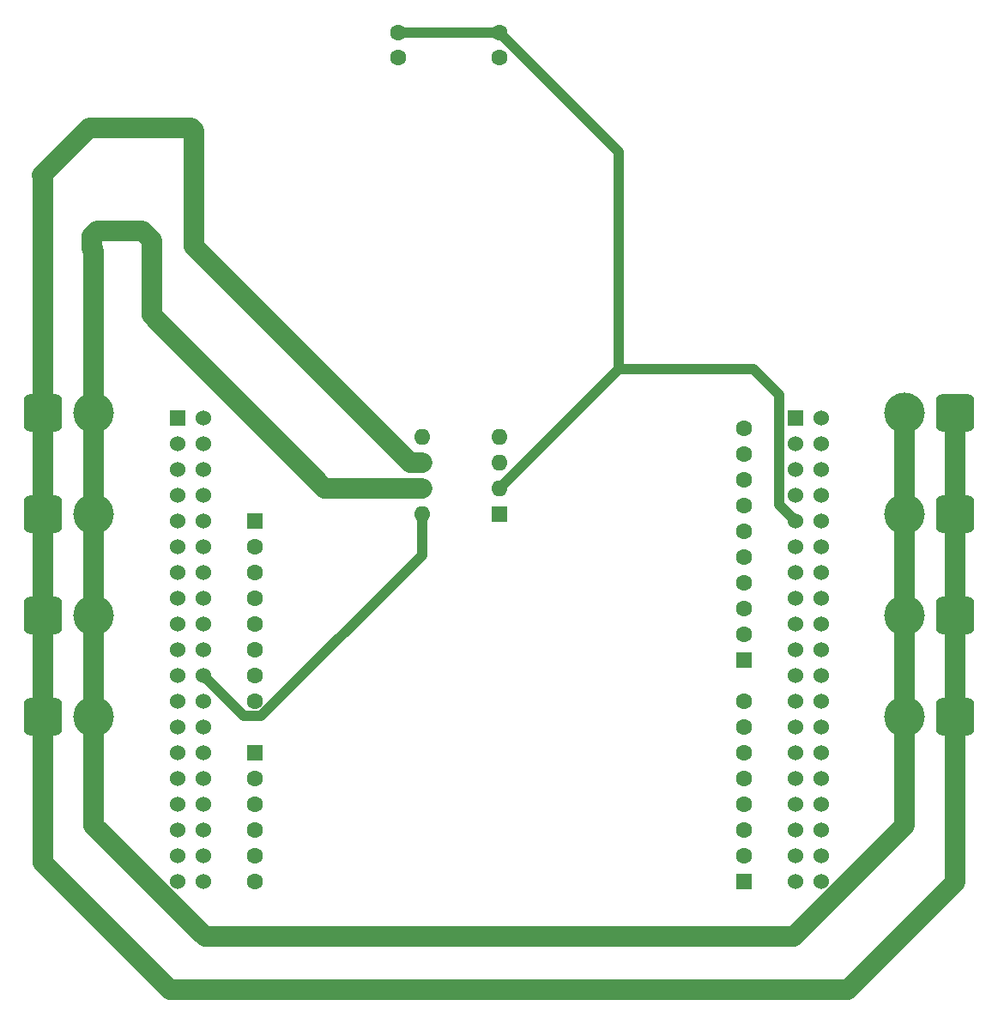
<source format=gbr>
%TF.GenerationSoftware,KiCad,Pcbnew,8.0.6-8.0.6-0~ubuntu22.04.1*%
%TF.CreationDate,2024-12-10T00:27:36+09:00*%
%TF.ProjectId,FastCANDriver,46617374-4341-44e4-9472-697665722e6b,rev?*%
%TF.SameCoordinates,Original*%
%TF.FileFunction,Copper,L2,Bot*%
%TF.FilePolarity,Positive*%
%FSLAX46Y46*%
G04 Gerber Fmt 4.6, Leading zero omitted, Abs format (unit mm)*
G04 Created by KiCad (PCBNEW 8.0.6-8.0.6-0~ubuntu22.04.1) date 2024-12-10 00:27:36*
%MOMM*%
%LPD*%
G01*
G04 APERTURE LIST*
G04 Aperture macros list*
%AMRoundRect*
0 Rectangle with rounded corners*
0 $1 Rounding radius*
0 $2 $3 $4 $5 $6 $7 $8 $9 X,Y pos of 4 corners*
0 Add a 4 corners polygon primitive as box body*
4,1,4,$2,$3,$4,$5,$6,$7,$8,$9,$2,$3,0*
0 Add four circle primitives for the rounded corners*
1,1,$1+$1,$2,$3*
1,1,$1+$1,$4,$5*
1,1,$1+$1,$6,$7*
1,1,$1+$1,$8,$9*
0 Add four rect primitives between the rounded corners*
20,1,$1+$1,$2,$3,$4,$5,0*
20,1,$1+$1,$4,$5,$6,$7,0*
20,1,$1+$1,$6,$7,$8,$9,0*
20,1,$1+$1,$8,$9,$2,$3,0*%
G04 Aperture macros list end*
%TA.AperFunction,ComponentPad*%
%ADD10C,1.600000*%
%TD*%
%TA.AperFunction,ComponentPad*%
%ADD11RoundRect,0.760000X-1.140000X-1.140000X1.140000X-1.140000X1.140000X1.140000X-1.140000X1.140000X0*%
%TD*%
%TA.AperFunction,ComponentPad*%
%ADD12C,4.000000*%
%TD*%
%TA.AperFunction,ComponentPad*%
%ADD13RoundRect,0.760000X1.140000X1.140000X-1.140000X1.140000X-1.140000X-1.140000X1.140000X-1.140000X0*%
%TD*%
%TA.AperFunction,ComponentPad*%
%ADD14R,1.600000X1.600000*%
%TD*%
%TA.AperFunction,ComponentPad*%
%ADD15O,1.600000X1.600000*%
%TD*%
%TA.AperFunction,ComponentPad*%
%ADD16R,1.605000X1.605000*%
%TD*%
%TA.AperFunction,ComponentPad*%
%ADD17C,1.605000*%
%TD*%
%TA.AperFunction,ComponentPad*%
%ADD18R,1.530000X1.530000*%
%TD*%
%TA.AperFunction,ComponentPad*%
%ADD19C,1.530000*%
%TD*%
%TA.AperFunction,Conductor*%
%ADD20C,1.000000*%
%TD*%
%TA.AperFunction,Conductor*%
%ADD21C,2.000000*%
%TD*%
G04 APERTURE END LIST*
D10*
%TO.P,0.1\u03BCF,1*%
%TO.N,5V*%
X150000000Y-55000000D03*
%TO.P,0.1\u03BCF,2*%
%TO.N,GND*%
X150000000Y-52500000D03*
%TD*%
D11*
%TO.P,J4,1,Pin_1*%
%TO.N,CAN_L*%
X105000000Y-120000000D03*
D12*
%TO.P,J4,2,Pin_2*%
%TO.N,CAN_H*%
X110000000Y-120000000D03*
%TD*%
D10*
%TO.P,0.1\u03BCF,1*%
%TO.N,3.3V*%
X140000000Y-55000000D03*
%TO.P,0.1\u03BCF,2*%
%TO.N,GND*%
X140000000Y-52500000D03*
%TD*%
D11*
%TO.P,J2,1,Pin_1*%
%TO.N,CAN_L*%
X105000000Y-100000000D03*
D12*
%TO.P,J2,2,Pin_2*%
%TO.N,CAN_H*%
X110000000Y-100000000D03*
%TD*%
D13*
%TO.P,J8,1,Pin_1*%
%TO.N,CAN_L*%
X195000000Y-90000000D03*
D12*
%TO.P,J8,2,Pin_2*%
%TO.N,CAN_H*%
X190000000Y-90000000D03*
%TD*%
D14*
%TO.P,MCP2562,1,TXD*%
%TO.N,TX*%
X150000000Y-100000000D03*
D15*
%TO.P,MCP2562,2,VSS*%
%TO.N,GND*%
X150000000Y-97460000D03*
%TO.P,MCP2562,3,VDD*%
%TO.N,5V*%
X150000000Y-94920000D03*
%TO.P,MCP2562,4,RXD*%
%TO.N,RX*%
X150000000Y-92380000D03*
%TO.P,MCP2562,5,Vio*%
%TO.N,3.3V*%
X142380000Y-92380000D03*
%TO.P,MCP2562,6,CANL*%
%TO.N,CAN_L*%
X142380000Y-94920000D03*
%TO.P,MCP2562,7,CANH*%
%TO.N,CAN_H*%
X142380000Y-97460000D03*
%TO.P,MCP2562,8,STBY*%
%TO.N,GND*%
X142380000Y-100000000D03*
%TD*%
D10*
%TO.P,120\u03A9,1*%
%TO.N,CAN_H*%
X111700000Y-72080000D03*
D15*
%TO.P,120\u03A9,2*%
%TO.N,CAN_L*%
X111700000Y-61920000D03*
%TD*%
D11*
%TO.P,J1,1,Pin_1*%
%TO.N,CAN_L*%
X105000000Y-90000000D03*
D12*
%TO.P,J1,2,Pin_2*%
%TO.N,CAN_H*%
X110000000Y-90000000D03*
%TD*%
D13*
%TO.P,J7,1,Pin_1*%
%TO.N,CAN_L*%
X195000000Y-100000000D03*
D12*
%TO.P,J7,2,Pin_2*%
%TO.N,CAN_H*%
X190000000Y-100000000D03*
%TD*%
D16*
%TO.P,U3,CN5_1,D8*%
%TO.N,unconnected-(U3F-D8-PadCN5_1)*%
X174130000Y-114370000D03*
D17*
%TO.P,U3,CN5_2,D9*%
%TO.N,unconnected-(U3F-D9-PadCN5_2)*%
X174130000Y-111830000D03*
%TO.P,U3,CN5_3,D10*%
%TO.N,unconnected-(U3F-D10-PadCN5_3)*%
X174130000Y-109290000D03*
%TO.P,U3,CN5_4,D11*%
%TO.N,unconnected-(U3F-D11-PadCN5_4)*%
X174130000Y-106750000D03*
%TO.P,U3,CN5_5,D12*%
%TO.N,unconnected-(U3F-D12-PadCN5_5)*%
X174130000Y-104210000D03*
%TO.P,U3,CN5_6,D13*%
%TO.N,unconnected-(U3F-D13-PadCN5_6)*%
X174130000Y-101670000D03*
%TO.P,U3,CN5_7,CN5_GND*%
%TO.N,unconnected-(U3F-CN5_GND-PadCN5_7)*%
X174130000Y-99130000D03*
%TO.P,U3,CN5_8,AREF*%
%TO.N,unconnected-(U3F-AREF-PadCN5_8)*%
X174130000Y-96590000D03*
%TO.P,U3,CN5_9,D14*%
%TO.N,unconnected-(U3F-D14-PadCN5_9)*%
X174130000Y-94050000D03*
%TO.P,U3,CN5_10,D15*%
%TO.N,unconnected-(U3F-D15-PadCN5_10)*%
X174130000Y-91510000D03*
D16*
%TO.P,U3,CN6_1*%
%TO.N,N/C*%
X125870000Y-100650000D03*
D17*
%TO.P,U3,CN6_2,CN6_IOREF*%
%TO.N,unconnected-(U3C-CN6_IOREF-PadCN6_2)*%
X125870000Y-103190000D03*
%TO.P,U3,CN6_3,CN6_RESET*%
%TO.N,unconnected-(U3C-CN6_RESET-PadCN6_3)*%
X125870000Y-105730000D03*
%TO.P,U3,CN6_4,CN6_+3V3*%
%TO.N,unconnected-(U3C-CN6_+3V3-PadCN6_4)*%
X125870000Y-108270000D03*
%TO.P,U3,CN6_5,CN6_+5V*%
%TO.N,unconnected-(U3C-CN6_+5V-PadCN6_5)*%
X125870000Y-110810000D03*
%TO.P,U3,CN6_6,CN6_GND*%
%TO.N,unconnected-(U3C-CN6_GND-PadCN6_6)*%
X125870000Y-113350000D03*
%TO.P,U3,CN6_7,CN6_GND__1*%
%TO.N,unconnected-(U3C-CN6_GND__1-PadCN6_7)*%
X125870000Y-115890000D03*
%TO.P,U3,CN6_8,CN6_VIN*%
%TO.N,unconnected-(U3C-CN6_VIN-PadCN6_8)*%
X125870000Y-118430000D03*
D18*
%TO.P,U3,CN7_1,PC10*%
%TO.N,unconnected-(U3A-PC10-PadCN7_1)*%
X118250000Y-90490000D03*
D19*
%TO.P,U3,CN7_2,PC11*%
%TO.N,unconnected-(U3A-PC11-PadCN7_2)*%
X120790000Y-90490000D03*
%TO.P,U3,CN7_3,PC12*%
%TO.N,unconnected-(U3A-PC12-PadCN7_3)*%
X118250000Y-93030000D03*
%TO.P,U3,CN7_4,PD2*%
%TO.N,unconnected-(U3A-PD2-PadCN7_4)*%
X120790000Y-93030000D03*
%TO.P,U3,CN7_5,VDD*%
%TO.N,unconnected-(U3A-VDD-PadCN7_5)*%
X118250000Y-95570000D03*
%TO.P,U3,CN7_6,E5V*%
%TO.N,unconnected-(U3A-E5V-PadCN7_6)*%
X120790000Y-95570000D03*
%TO.P,U3,CN7_7,BOOT0*%
%TO.N,unconnected-(U3A-BOOT0-PadCN7_7)*%
X118250000Y-98110000D03*
%TO.P,U3,CN7_8,CN7_GND*%
%TO.N,unconnected-(U3A-CN7_GND-PadCN7_8)*%
X120790000Y-98110000D03*
%TO.P,U3,CN7_9*%
%TO.N,N/C*%
X118250000Y-100650000D03*
%TO.P,U3,CN7_10*%
X120790000Y-100650000D03*
%TO.P,U3,CN7_11*%
X118250000Y-103190000D03*
%TO.P,U3,CN7_12,CN7_IOREF*%
%TO.N,unconnected-(U3A-CN7_IOREF-PadCN7_12)*%
X120790000Y-103190000D03*
%TO.P,U3,CN7_13,PA13*%
%TO.N,unconnected-(U3A-PA13-PadCN7_13)*%
X118250000Y-105730000D03*
%TO.P,U3,CN7_14,CN7_RESET*%
%TO.N,unconnected-(U3A-CN7_RESET-PadCN7_14)*%
X120790000Y-105730000D03*
%TO.P,U3,CN7_15,PA14*%
%TO.N,unconnected-(U3A-PA14-PadCN7_15)*%
X118250000Y-108270000D03*
%TO.P,U3,CN7_16,CN7_+3V3*%
%TO.N,3.3V*%
X120790000Y-108270000D03*
%TO.P,U3,CN7_17,PA15*%
%TO.N,unconnected-(U3A-PA15-PadCN7_17)*%
X118250000Y-110810000D03*
%TO.P,U3,CN7_18,CN7_+5V*%
%TO.N,5V*%
X120790000Y-110810000D03*
%TO.P,U3,CN7_19,CN7_GND__1*%
%TO.N,GND*%
X118250000Y-113350000D03*
%TO.P,U3,CN7_20,CN7_GND__2*%
X120790000Y-113350000D03*
%TO.P,U3,CN7_21,PB7*%
%TO.N,unconnected-(U3A-PB7-PadCN7_21)*%
X118250000Y-115890000D03*
%TO.P,U3,CN7_22,CN7_GND__3*%
%TO.N,GND*%
X120790000Y-115890000D03*
%TO.P,U3,CN7_23,PC13*%
%TO.N,unconnected-(U3A-PC13-PadCN7_23)*%
X118250000Y-118430000D03*
%TO.P,U3,CN7_24,CN7_VIN*%
%TO.N,unconnected-(U3A-CN7_VIN-PadCN7_24)*%
X120790000Y-118430000D03*
%TO.P,U3,CN7_25,PC14*%
%TO.N,unconnected-(U3A-PC14-PadCN7_25)*%
X118250000Y-120970000D03*
%TO.P,U3,CN7_26*%
%TO.N,N/C*%
X120790000Y-120970000D03*
%TO.P,U3,CN7_27,PC15*%
%TO.N,unconnected-(U3A-PC15-PadCN7_27)*%
X118250000Y-123510000D03*
%TO.P,U3,CN7_28,PA0*%
%TO.N,unconnected-(U3A-PA0-PadCN7_28)*%
X120790000Y-123510000D03*
%TO.P,U3,CN7_29,PH0*%
%TO.N,unconnected-(U3A-PH0-PadCN7_29)*%
X118250000Y-126050000D03*
%TO.P,U3,CN7_30,PA1*%
%TO.N,unconnected-(U3A-PA1-PadCN7_30)*%
X120790000Y-126050000D03*
%TO.P,U3,CN7_31,PH1*%
%TO.N,unconnected-(U3A-PH1-PadCN7_31)*%
X118250000Y-128590000D03*
%TO.P,U3,CN7_32,PA4*%
%TO.N,unconnected-(U3A-PA4-PadCN7_32)*%
X120790000Y-128590000D03*
%TO.P,U3,CN7_33,VBAT*%
%TO.N,unconnected-(U3A-VBAT-PadCN7_33)*%
X118250000Y-131130000D03*
%TO.P,U3,CN7_34,PB0*%
%TO.N,unconnected-(U3A-PB0-PadCN7_34)*%
X120790000Y-131130000D03*
%TO.P,U3,CN7_35,PC2*%
%TO.N,unconnected-(U3A-PC2-PadCN7_35)*%
X118250000Y-133670000D03*
%TO.P,U3,CN7_36,PC1/PB9*%
%TO.N,unconnected-(U3A-PC1{slash}PB9-PadCN7_36)*%
X120790000Y-133670000D03*
%TO.P,U3,CN7_37,PC3*%
%TO.N,unconnected-(U3A-PC3-PadCN7_37)*%
X118250000Y-136210000D03*
%TO.P,U3,CN7_38,PC0/PB8*%
%TO.N,unconnected-(U3A-PC0{slash}PB8-PadCN7_38)*%
X120790000Y-136210000D03*
D16*
%TO.P,U3,CN8_1,A0*%
%TO.N,unconnected-(U3E-A0-PadCN8_1)*%
X125870000Y-123510000D03*
D17*
%TO.P,U3,CN8_2,A1*%
%TO.N,unconnected-(U3E-A1-PadCN8_2)*%
X125870000Y-126050000D03*
%TO.P,U3,CN8_3,A2*%
%TO.N,unconnected-(U3E-A2-PadCN8_3)*%
X125870000Y-128590000D03*
%TO.P,U3,CN8_4,A3*%
%TO.N,unconnected-(U3E-A3-PadCN8_4)*%
X125870000Y-131130000D03*
%TO.P,U3,CN8_5,A4*%
%TO.N,unconnected-(U3E-A4-PadCN8_5)*%
X125870000Y-133670000D03*
%TO.P,U3,CN8_6,A5*%
%TO.N,unconnected-(U3E-A5-PadCN8_6)*%
X125870000Y-136210000D03*
D16*
%TO.P,U3,CN9_1,D0*%
%TO.N,unconnected-(U3D-D0-PadCN9_1)*%
X174130000Y-136210000D03*
D17*
%TO.P,U3,CN9_2,D1*%
%TO.N,unconnected-(U3D-D1-PadCN9_2)*%
X174130000Y-133670000D03*
%TO.P,U3,CN9_3,D2*%
%TO.N,unconnected-(U3D-D2-PadCN9_3)*%
X174130000Y-131130000D03*
%TO.P,U3,CN9_4,D3*%
%TO.N,unconnected-(U3D-D3-PadCN9_4)*%
X174130000Y-128590000D03*
%TO.P,U3,CN9_5,D4*%
%TO.N,unconnected-(U3D-D4-PadCN9_5)*%
X174130000Y-126050000D03*
%TO.P,U3,CN9_6,D5*%
%TO.N,unconnected-(U3D-D5-PadCN9_6)*%
X174130000Y-123510000D03*
%TO.P,U3,CN9_7,D6*%
%TO.N,unconnected-(U3D-D6-PadCN9_7)*%
X174130000Y-120970000D03*
%TO.P,U3,CN9_8,D7*%
%TO.N,unconnected-(U3D-D7-PadCN9_8)*%
X174130000Y-118430000D03*
D18*
%TO.P,U3,CN10_1,PC9*%
%TO.N,unconnected-(U3B-PC9-PadCN10_1)*%
X179210000Y-90490000D03*
D19*
%TO.P,U3,CN10_2,PC8*%
%TO.N,unconnected-(U3B-PC8-PadCN10_2)*%
X181750000Y-90490000D03*
%TO.P,U3,CN10_3,PB8*%
%TO.N,RX*%
X179210000Y-93030000D03*
%TO.P,U3,CN10_4,PC6*%
%TO.N,unconnected-(U3B-PC6-PadCN10_4)*%
X181750000Y-93030000D03*
%TO.P,U3,CN10_5,PB9*%
%TO.N,TX*%
X179210000Y-95570000D03*
%TO.P,U3,CN10_6,PC5*%
%TO.N,unconnected-(U3B-PC5-PadCN10_6)*%
X181750000Y-95570000D03*
%TO.P,U3,CN10_7,AVDD*%
%TO.N,unconnected-(U3B-AVDD-PadCN10_7)*%
X179210000Y-98110000D03*
%TO.P,U3,CN10_8,U5V*%
%TO.N,unconnected-(U3B-U5V-PadCN10_8)*%
X181750000Y-98110000D03*
%TO.P,U3,CN10_9,CN10_GND*%
%TO.N,GND*%
X179210000Y-100650000D03*
%TO.P,U3,CN10_10*%
%TO.N,N/C*%
X181750000Y-100650000D03*
%TO.P,U3,CN10_11,PA5*%
%TO.N,unconnected-(U3B-PA5-PadCN10_11)*%
X179210000Y-103190000D03*
%TO.P,U3,CN10_12,PA12*%
%TO.N,unconnected-(U3B-PA12-PadCN10_12)*%
X181750000Y-103190000D03*
%TO.P,U3,CN10_13,PA6*%
%TO.N,unconnected-(U3B-PA6-PadCN10_13)*%
X179210000Y-105730000D03*
%TO.P,U3,CN10_14,PA11*%
%TO.N,unconnected-(U3B-PA11-PadCN10_14)*%
X181750000Y-105730000D03*
%TO.P,U3,CN10_15,PA7*%
%TO.N,unconnected-(U3B-PA7-PadCN10_15)*%
X179210000Y-108270000D03*
%TO.P,U3,CN10_16,PB12*%
%TO.N,unconnected-(U3B-PB12-PadCN10_16)*%
X181750000Y-108270000D03*
%TO.P,U3,CN10_17,PB6*%
%TO.N,unconnected-(U3B-PB6-PadCN10_17)*%
X179210000Y-110810000D03*
%TO.P,U3,CN10_18*%
%TO.N,N/C*%
X181750000Y-110810000D03*
%TO.P,U3,CN10_19,PC7*%
%TO.N,unconnected-(U3B-PC7-PadCN10_19)*%
X179210000Y-113350000D03*
%TO.P,U3,CN10_20,CN10_GND__1*%
%TO.N,unconnected-(U3B-CN10_GND__1-PadCN10_20)*%
X181750000Y-113350000D03*
%TO.P,U3,CN10_21,PA9*%
%TO.N,unconnected-(U3B-PA9-PadCN10_21)*%
X179210000Y-115890000D03*
%TO.P,U3,CN10_22,PB2*%
%TO.N,unconnected-(U3B-PB2-PadCN10_22)*%
X181750000Y-115890000D03*
%TO.P,U3,CN10_23,PA8*%
%TO.N,unconnected-(U3B-PA8-PadCN10_23)*%
X179210000Y-118430000D03*
%TO.P,U3,CN10_24,PB1*%
%TO.N,unconnected-(U3B-PB1-PadCN10_24)*%
X181750000Y-118430000D03*
%TO.P,U3,CN10_25,PB10*%
%TO.N,unconnected-(U3B-PB10-PadCN10_25)*%
X179210000Y-120970000D03*
%TO.P,U3,CN10_26,PB15*%
%TO.N,unconnected-(U3B-PB15-PadCN10_26)*%
X181750000Y-120970000D03*
%TO.P,U3,CN10_27,PB4*%
%TO.N,unconnected-(U3B-PB4-PadCN10_27)*%
X179210000Y-123510000D03*
%TO.P,U3,CN10_28,PB14*%
%TO.N,unconnected-(U3B-PB14-PadCN10_28)*%
X181750000Y-123510000D03*
%TO.P,U3,CN10_29,PB5*%
%TO.N,unconnected-(U3B-PB5-PadCN10_29)*%
X179210000Y-126050000D03*
%TO.P,U3,CN10_30,PB13*%
%TO.N,unconnected-(U3B-PB13-PadCN10_30)*%
X181750000Y-126050000D03*
%TO.P,U3,CN10_31,PB3*%
%TO.N,unconnected-(U3B-PB3-PadCN10_31)*%
X179210000Y-128590000D03*
%TO.P,U3,CN10_32,AGND*%
%TO.N,unconnected-(U3B-AGND-PadCN10_32)*%
X181750000Y-128590000D03*
%TO.P,U3,CN10_33,PA10*%
%TO.N,unconnected-(U3B-PA10-PadCN10_33)*%
X179210000Y-131130000D03*
%TO.P,U3,CN10_34,PC4*%
%TO.N,unconnected-(U3B-PC4-PadCN10_34)*%
X181750000Y-131130000D03*
%TO.P,U3,CN10_35,PA2*%
%TO.N,unconnected-(U3B-PA2-PadCN10_35)*%
X179210000Y-133670000D03*
%TO.P,U3,CN10_36*%
%TO.N,N/C*%
X181750000Y-133670000D03*
%TO.P,U3,CN10_37,PA3*%
%TO.N,unconnected-(U3B-PA3-PadCN10_37)*%
X179210000Y-136210000D03*
%TO.P,U3,CN10_38*%
%TO.N,N/C*%
X181750000Y-136210000D03*
%TD*%
D13*
%TO.P,J5,1,Pin_1*%
%TO.N,CAN_L*%
X195000000Y-120000000D03*
D12*
%TO.P,J5,2,Pin_2*%
%TO.N,CAN_H*%
X190000000Y-120000000D03*
%TD*%
D13*
%TO.P,J6,1,Pin_1*%
%TO.N,CAN_L*%
X195000000Y-110000000D03*
D12*
%TO.P,J6,2,Pin_2*%
%TO.N,CAN_H*%
X190000000Y-110000000D03*
%TD*%
D11*
%TO.P,J3,1,Pin_1*%
%TO.N,CAN_L*%
X105000000Y-110000000D03*
D12*
%TO.P,J3,2,Pin_2*%
%TO.N,CAN_H*%
X110000000Y-110000000D03*
%TD*%
D20*
%TO.N,GND*%
X161760000Y-64260000D02*
X150000000Y-52500000D01*
X126492356Y-119932500D02*
X142380000Y-104044856D01*
X161760000Y-85700000D02*
X161760000Y-64260000D01*
X120790000Y-115890000D02*
X124832500Y-119932500D01*
X161760000Y-85700000D02*
X175061981Y-85700000D01*
X142380000Y-104044856D02*
X142380000Y-100000000D01*
X175061981Y-85700000D02*
X177600000Y-88238019D01*
X177600000Y-88238019D02*
X177600000Y-99040000D01*
X150000000Y-97460000D02*
X161760000Y-85700000D01*
X150000000Y-52500000D02*
X140000000Y-52500000D01*
X177600000Y-99040000D02*
X179210000Y-100650000D01*
X124832500Y-119932500D02*
X126492356Y-119932500D01*
D21*
%TO.N,CAN_L*%
X195000000Y-110000000D02*
X195000000Y-100000000D01*
X105000000Y-100000000D02*
X105000000Y-110000000D01*
X195000000Y-136300000D02*
X195000000Y-120000000D01*
X105000000Y-110000000D02*
X105000000Y-120000000D01*
X195000000Y-120000000D02*
X195000000Y-110000000D01*
X119900000Y-73571370D02*
X119900000Y-62200000D01*
X105000000Y-90000000D02*
X105000000Y-100000000D01*
X195000000Y-100000000D02*
X195000000Y-90000000D01*
X105000000Y-134400000D02*
X117500000Y-146900000D01*
X141248630Y-94920000D02*
X119900000Y-73571370D01*
X119620000Y-61920000D02*
X111700000Y-61920000D01*
X117500000Y-146900000D02*
X184400000Y-146900000D01*
X105000000Y-120000000D02*
X105000000Y-134400000D01*
X109580000Y-61920000D02*
X104900000Y-66600000D01*
X142380000Y-94920000D02*
X141248630Y-94920000D01*
X104900000Y-66600000D02*
X105000000Y-66700000D01*
X111700000Y-61920000D02*
X109580000Y-61920000D01*
X184400000Y-146900000D02*
X195000000Y-136300000D01*
X105000000Y-66700000D02*
X105000000Y-90000000D01*
X119900000Y-62200000D02*
X119620000Y-61920000D01*
%TO.N,CAN_H*%
X190000000Y-100000000D02*
X190000000Y-90000000D01*
X110000000Y-110000000D02*
X110000000Y-120000000D01*
X120961070Y-141700000D02*
X179038930Y-141700000D01*
X114780000Y-72080000D02*
X111700000Y-72080000D01*
X110000000Y-100000000D02*
X110000000Y-110000000D01*
X190000000Y-110000000D02*
X190000000Y-100000000D01*
X115700000Y-73000000D02*
X114780000Y-72080000D01*
X190000000Y-130738930D02*
X190000000Y-120000000D01*
X110000000Y-120000000D02*
X110000000Y-130738930D01*
X110000000Y-74000000D02*
X110000000Y-90000000D01*
X115700000Y-80399087D02*
X115700000Y-73000000D01*
X132760913Y-97460000D02*
X115700000Y-80399087D01*
X110000000Y-90000000D02*
X110000000Y-100000000D01*
X190000000Y-120000000D02*
X190000000Y-110000000D01*
X109800000Y-73800000D02*
X110000000Y-74000000D01*
X110000000Y-130738930D02*
X120961070Y-141700000D01*
X142380000Y-97460000D02*
X132760913Y-97460000D01*
X110320000Y-72080000D02*
X109800000Y-72600000D01*
X111700000Y-72080000D02*
X110320000Y-72080000D01*
X179038930Y-141700000D02*
X190000000Y-130738930D01*
X109800000Y-72600000D02*
X109800000Y-73800000D01*
%TD*%
M02*

</source>
